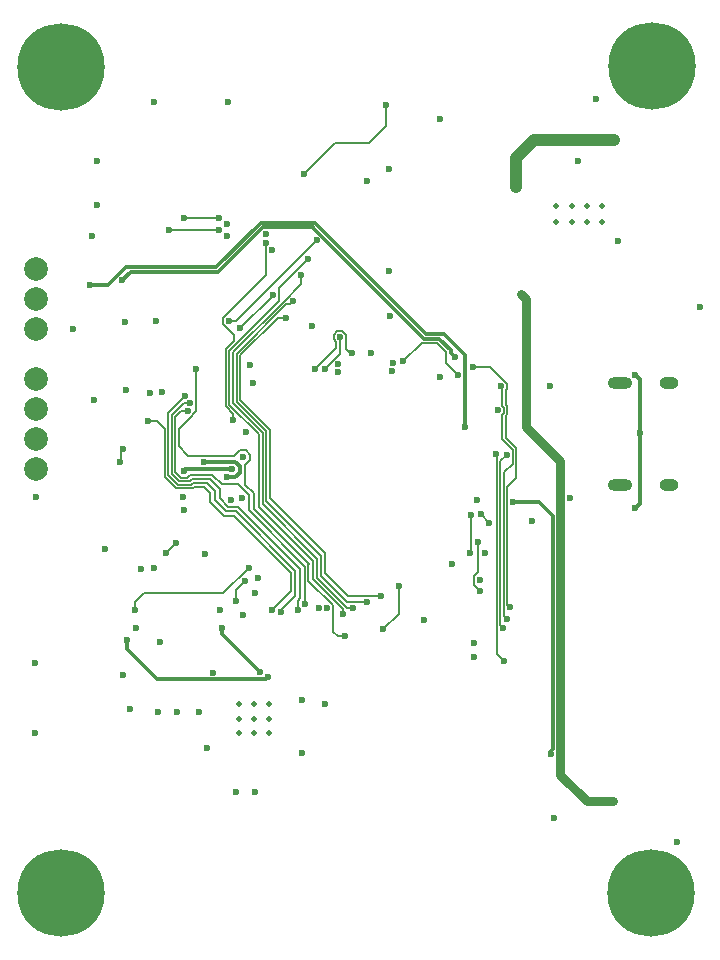
<source format=gbr>
%TF.GenerationSoftware,KiCad,Pcbnew,9.0.3*%
%TF.CreationDate,2025-09-14T01:16:20+07:00*%
%TF.ProjectId,CodeName0,436f6465-4e61-46d6-9530-2e6b69636164,rev?*%
%TF.SameCoordinates,Original*%
%TF.FileFunction,Copper,L4,Bot*%
%TF.FilePolarity,Positive*%
%FSLAX46Y46*%
G04 Gerber Fmt 4.6, Leading zero omitted, Abs format (unit mm)*
G04 Created by KiCad (PCBNEW 9.0.3) date 2025-09-14 01:16:20*
%MOMM*%
%LPD*%
G01*
G04 APERTURE LIST*
%TA.AperFunction,ComponentPad*%
%ADD10C,0.800000*%
%TD*%
%TA.AperFunction,ComponentPad*%
%ADD11C,7.400000*%
%TD*%
%TA.AperFunction,ComponentPad*%
%ADD12C,2.000000*%
%TD*%
%TA.AperFunction,HeatsinkPad*%
%ADD13O,2.100000X1.000000*%
%TD*%
%TA.AperFunction,HeatsinkPad*%
%ADD14O,1.600000X1.000000*%
%TD*%
%TA.AperFunction,ComponentPad*%
%ADD15C,0.500000*%
%TD*%
%TA.AperFunction,ViaPad*%
%ADD16C,0.600000*%
%TD*%
%TA.AperFunction,Conductor*%
%ADD17C,0.300000*%
%TD*%
%TA.AperFunction,Conductor*%
%ADD18C,0.750000*%
%TD*%
%TA.AperFunction,Conductor*%
%ADD19C,0.200000*%
%TD*%
%TA.AperFunction,Conductor*%
%ADD20C,1.000000*%
%TD*%
G04 APERTURE END LIST*
D10*
%TO.P,REF\u002A\u002A,1*%
%TO.N,GND*%
X152225000Y-135000000D03*
X153037779Y-133037779D03*
X153037779Y-136962221D03*
X155000000Y-132225000D03*
D11*
X155000000Y-135000000D03*
D10*
X155000000Y-137775000D03*
X156962221Y-133037779D03*
X156962221Y-136962221D03*
X157775000Y-135000000D03*
%TD*%
D12*
%TO.P,J9,1,Pin_1*%
%TO.N,USB_UART_3V3*%
X102900000Y-91450000D03*
%TO.P,J9,2,Pin_2*%
%TO.N,ESP32_PROG_RX*%
X102900000Y-93990000D03*
%TO.P,J9,3,Pin_3*%
%TO.N,ESP32_PROG_TX*%
X102900000Y-96530000D03*
%TO.P,J9,4,Pin_4*%
%TO.N,GND*%
X102900000Y-99070000D03*
%TD*%
D10*
%TO.P,REF\u002A\u002A,1*%
%TO.N,GND*%
X102225000Y-65000000D03*
X103037779Y-63037779D03*
X103037779Y-66962221D03*
X105000000Y-62225000D03*
D11*
X105000000Y-65000000D03*
D10*
X105000000Y-67775000D03*
X106962221Y-63037779D03*
X106962221Y-66962221D03*
X107775000Y-65000000D03*
%TD*%
D13*
%TO.P,J3,S1,SHIELD*%
%TO.N,SHIELD*%
X152320000Y-100440000D03*
D14*
X156500000Y-100440000D03*
D13*
X152320000Y-91800000D03*
D14*
X156500000Y-91800000D03*
%TD*%
D10*
%TO.P,REF\u002A\u002A,1*%
%TO.N,GND*%
X102225000Y-135000000D03*
X103037779Y-133037779D03*
X103037779Y-136962221D03*
X105000000Y-132225000D03*
D11*
X105000000Y-135000000D03*
D10*
X105000000Y-137775000D03*
X106962221Y-133037779D03*
X106962221Y-136962221D03*
X107775000Y-135000000D03*
%TD*%
D12*
%TO.P,J1,1,Pin_1*%
%TO.N,SWDIO*%
X102900000Y-82100000D03*
%TO.P,J1,2,Pin_2*%
%TO.N,SWCLK*%
X102900000Y-84640000D03*
%TO.P,J1,3,Pin_3*%
%TO.N,GND*%
X102900000Y-87180000D03*
%TD*%
D15*
%TO.P,U1,9,POWERPAD*%
%TO.N,GND*%
X146950000Y-78125000D03*
X148250000Y-78125000D03*
X149550000Y-78125000D03*
X150850000Y-78125000D03*
X146950000Y-76825000D03*
X148250000Y-76825000D03*
X149550000Y-76825000D03*
X150850000Y-76825000D03*
%TD*%
D10*
%TO.P,REF\u002A\u002A,1*%
%TO.N,GND*%
X152262779Y-64962221D03*
X153075558Y-63000000D03*
X153075558Y-66924442D03*
X155037779Y-62187221D03*
D11*
X155037779Y-64962221D03*
D10*
X155037779Y-67737221D03*
X157000000Y-63000000D03*
X157000000Y-66924442D03*
X157812779Y-64962221D03*
%TD*%
D15*
%TO.P,U6,33,GND*%
%TO.N,GND*%
X120100000Y-118945000D03*
X120100000Y-120195000D03*
X120100000Y-121445000D03*
X121350000Y-118945000D03*
X121350000Y-120195000D03*
X121350000Y-121445000D03*
X122600000Y-118945000D03*
X122600000Y-120195000D03*
X122600000Y-121445000D03*
%TD*%
D16*
%TO.N,GND*%
X121700000Y-108300000D03*
X132750000Y-73700000D03*
X114800000Y-119650000D03*
X115450000Y-102500000D03*
X117200000Y-106250000D03*
X111325000Y-112550000D03*
X110500829Y-92399171D03*
X157150000Y-130650000D03*
X120409620Y-98090380D03*
X112900000Y-68000000D03*
X148775000Y-72950000D03*
X148100000Y-101500000D03*
X110250000Y-116500000D03*
X102800000Y-121435000D03*
X135750000Y-111850000D03*
X152200000Y-79775000D03*
X142000000Y-94100000D03*
X150300000Y-67750000D03*
X106000000Y-87200000D03*
X107807446Y-93217554D03*
X132750000Y-82300000D03*
X102900000Y-101450000D03*
X159100000Y-85350000D03*
X121025000Y-90275000D03*
X131300000Y-89250000D03*
X119054732Y-78302053D03*
X146750000Y-128650000D03*
X113040000Y-86520000D03*
X121400000Y-126425000D03*
X110850000Y-119410000D03*
X127325000Y-118950000D03*
X111825000Y-107500000D03*
X140000000Y-115000000D03*
X146450000Y-92050000D03*
X102800000Y-115485000D03*
X122326446Y-79153554D03*
X120453554Y-111453554D03*
X113580000Y-92570000D03*
X118470000Y-111000000D03*
X108100000Y-76700000D03*
X120300000Y-101500000D03*
X144900000Y-103500000D03*
X119050000Y-79303053D03*
%TO.N,OSC_IN*%
X115400000Y-99200000D03*
X119500000Y-99100000D03*
%TO.N,OSC_OUT*%
X119056239Y-99765642D03*
X117100000Y-98450000D03*
%TO.N,+5V*%
X143950000Y-84250000D03*
X151750000Y-127200000D03*
%TO.N,ADC_VBATT*%
X132550000Y-68250000D03*
X120200000Y-87150000D03*
X125608785Y-74091385D03*
X122974000Y-84375000D03*
%TO.N,Net-(D2-A)*%
X154000000Y-96000000D03*
X153650000Y-102400000D03*
X153600000Y-91076000D03*
%TO.N,SWCLK*%
X110200000Y-83100000D03*
X138337651Y-89558975D03*
%TO.N,SWDIO*%
X107450000Y-83500000D03*
X139247560Y-95478413D03*
%TO.N,SDMMC_DAT3*%
X142246946Y-92054054D03*
X142750000Y-111800000D03*
%TO.N,SDMMC_DAT0*%
X139628554Y-106200000D03*
X139749331Y-102949199D03*
%TO.N,SDMMC_CMD*%
X142450000Y-112500000D03*
X142750000Y-97850000D03*
%TO.N,SDMMC_CLK*%
X134000000Y-89950000D03*
X141850000Y-97800000D03*
X142500000Y-115300000D03*
X138650000Y-91100000D03*
%TO.N,SDMMC_DAT2*%
X143000000Y-110774162D03*
X139917892Y-90432108D03*
%TO.N,SDMMC_DAT1*%
X141278554Y-103678554D03*
X140546159Y-102878007D03*
X140500000Y-109400000D03*
X140350000Y-105250000D03*
%TO.N,TIM_CH2*%
X129700000Y-110800000D03*
X125320000Y-82625000D03*
%TO.N,ADC_CURR*%
X119200000Y-86550000D03*
X126650000Y-79700000D03*
X114750000Y-105350000D03*
X113896446Y-106203554D03*
%TO.N,TIM_CH1*%
X128850000Y-111350000D03*
X125950000Y-81250000D03*
%TO.N,TIM_CH3*%
X130878554Y-110328554D03*
X124650000Y-84825000D03*
%TO.N,TIM_CH4*%
X132083554Y-109823554D03*
X124075000Y-86249000D03*
%TO.N,I2C1_SCL*%
X118400000Y-77775000D03*
X115400000Y-77775000D03*
%TO.N,I2C1_SDA*%
X114150000Y-78800000D03*
X118400000Y-78800000D03*
%TO.N,USART1_RX*%
X127344593Y-90571609D03*
X128600000Y-87892050D03*
%TO.N,USART3_TX*%
X133600000Y-108990919D03*
X132300000Y-112625000D03*
%TO.N,USART2_RX*%
X120550000Y-108550000D03*
X119800000Y-110275000D03*
%TO.N,USART2_TX*%
X111275000Y-111025000D03*
X120893288Y-107450000D03*
%TO.N,BOOT0*%
X126511492Y-90587038D03*
X129660000Y-89220000D03*
%TO.N,GPIO_BUZZER*%
X146525000Y-123175000D03*
X143301000Y-101850000D03*
%TO.N,GPIO_SPI_CS*%
X140250000Y-101700000D03*
X116470000Y-90610000D03*
X129075000Y-113227000D03*
%TO.N,GPIO_EXTI14*%
X119600000Y-94900000D03*
X122380000Y-79900000D03*
%TO.N,SPI1_SCK*%
X115550000Y-92896000D03*
X123630000Y-111201000D03*
%TO.N,GPIO_EXTI4*%
X122856178Y-110998012D03*
X112394135Y-94966310D03*
%TO.N,SPI1_MISO*%
X125662435Y-110472435D03*
X115797438Y-94134398D03*
%TO.N,SPI1_MOSI*%
X115970000Y-93456001D03*
X125096747Y-111038123D03*
%TO.N,+3.3V*%
X107650000Y-79300000D03*
X137100000Y-69400000D03*
X108100000Y-72950000D03*
X112505000Y-92595000D03*
X121300000Y-91800000D03*
X115350000Y-101400000D03*
X113375000Y-113725000D03*
X137125000Y-91250000D03*
X119418140Y-101651000D03*
X138150000Y-107150000D03*
X110450000Y-86650000D03*
X126250000Y-86950000D03*
X116700000Y-119650000D03*
X132828554Y-86078554D03*
X125450000Y-118625000D03*
X140499999Y-108467135D03*
X140016393Y-113766393D03*
X125400000Y-123125000D03*
X119850000Y-126450000D03*
X120700000Y-95900000D03*
X122880000Y-80565000D03*
X112875453Y-107449546D03*
X130925000Y-74700000D03*
X140950000Y-106150000D03*
X117850000Y-116300000D03*
X108750000Y-105875000D03*
X113225000Y-119625000D03*
X121400000Y-109550000D03*
X119150000Y-68000000D03*
%TO.N,Net-(U1-PH)*%
X143550000Y-75225000D03*
X151800000Y-71225000D03*
%TO.N,TIM3_CH2*%
X128500000Y-90882106D03*
%TO.N,TIM3_CH4*%
X127572095Y-110825967D03*
%TO.N,TIM3_CH3*%
X126871549Y-110819406D03*
%TO.N,TIM3_CH1*%
X128500000Y-90175000D03*
%TO.N,UART4_TX*%
X133000000Y-90744192D03*
%TO.N,UART4_RX*%
X133147252Y-90059855D03*
%TO.N,ESP32_EN*%
X117350000Y-122700000D03*
%TO.N,Net-(U7-S)*%
X109994446Y-98451554D03*
X110297000Y-97339894D03*
%TO.N,ESP32_TX*%
X121863909Y-116263909D03*
X118650000Y-112500000D03*
%TO.N,ESP32_RX*%
X110575000Y-113525000D03*
X122550000Y-116650000D03*
%TD*%
D17*
%TO.N,OSC_IN*%
X115500000Y-99100000D02*
X119500000Y-99100000D01*
X115400000Y-99200000D02*
X115500000Y-99100000D01*
%TO.N,OSC_OUT*%
X119755012Y-99765642D02*
X119056239Y-99765642D01*
X117100000Y-98450000D02*
X119770654Y-98450000D01*
X120151000Y-99369654D02*
X119755012Y-99765642D01*
X120151000Y-98830346D02*
X120151000Y-99369654D01*
X119770654Y-98450000D02*
X120151000Y-98830346D01*
D18*
%TO.N,+5V*%
X147300000Y-124950000D02*
X149550000Y-127200000D01*
X143950000Y-84250000D02*
X144400000Y-84700000D01*
X147300000Y-98900000D02*
X147300000Y-124950000D01*
X144400000Y-95500000D02*
X147300000Y-98400000D01*
X147300000Y-98400000D02*
X147300000Y-98900000D01*
X149550000Y-127200000D02*
X151750000Y-127200000D01*
X144400000Y-84700000D02*
X144400000Y-95500000D01*
D19*
%TO.N,ADC_VBATT*%
X132550000Y-70000000D02*
X132550000Y-68250000D01*
X131049830Y-71500170D02*
X132550000Y-70000000D01*
X120200000Y-87150000D02*
X122974000Y-84376000D01*
X128200000Y-71500170D02*
X131049830Y-71500170D01*
X122974000Y-84376000D02*
X122974000Y-84375000D01*
X125608785Y-74091385D02*
X128200000Y-71500170D01*
D17*
%TO.N,Net-(D2-A)*%
X154000000Y-91476000D02*
X153600000Y-91076000D01*
X154000000Y-102050000D02*
X154000000Y-91476000D01*
X153650000Y-102400000D02*
X154000000Y-102050000D01*
%TO.N,SWCLK*%
X138337651Y-89558975D02*
X138000000Y-89221324D01*
X126331786Y-78602554D02*
X122098214Y-78602554D01*
X122098214Y-78602554D02*
X118299768Y-82401000D01*
X118299768Y-82401000D02*
X110899000Y-82401000D01*
X126849000Y-79149000D02*
X126331786Y-78631786D01*
X138000000Y-89000000D02*
X137021454Y-88021454D01*
X110899000Y-82401000D02*
X110200000Y-83100000D01*
X135750686Y-88021454D02*
X126878232Y-79149000D01*
X126331786Y-78631786D02*
X126331786Y-78602554D01*
X126878232Y-79149000D02*
X126849000Y-79149000D01*
X137021454Y-88021454D02*
X135750686Y-88021454D01*
X138000000Y-89221324D02*
X138000000Y-89000000D01*
%TO.N,SWDIO*%
X139247560Y-95447560D02*
X139247560Y-95478413D01*
X139247560Y-89397560D02*
X137470454Y-87620454D01*
X126497886Y-78201554D02*
X121932114Y-78201554D01*
X118133668Y-82000000D02*
X110500000Y-82000000D01*
X139247560Y-95478413D02*
X139247560Y-89397560D01*
X121932114Y-78201554D02*
X118133668Y-82000000D01*
X137470454Y-87620454D02*
X135916786Y-87620454D01*
X107450000Y-83500000D02*
X108999000Y-83500000D01*
X135916786Y-87620454D02*
X126497886Y-78201554D01*
X108999000Y-83500000D02*
X110499000Y-82000000D01*
D19*
%TO.N,SDMMC_DAT3*%
X142350000Y-96550000D02*
X143250000Y-97450000D01*
X143250000Y-98600000D02*
X142500000Y-99350000D01*
X142500000Y-99350000D02*
X142500000Y-111550000D01*
X142350000Y-94458521D02*
X142350000Y-96550000D01*
X142350000Y-92157108D02*
X142350000Y-93741479D01*
X142500000Y-111550000D02*
X142750000Y-111800000D01*
X142350000Y-93741479D02*
X142501000Y-93892479D01*
X142501000Y-94307521D02*
X142350000Y-94458521D01*
X142246946Y-92054054D02*
X142350000Y-92157108D01*
X143250000Y-97450000D02*
X143250000Y-98600000D01*
X142501000Y-93892479D02*
X142501000Y-94307521D01*
%TO.N,SDMMC_DAT0*%
X139750000Y-106078554D02*
X139750000Y-102949868D01*
X139750000Y-102949868D02*
X139749331Y-102949199D01*
X139628554Y-106200000D02*
X139750000Y-106078554D01*
%TO.N,SDMMC_CMD*%
X142199000Y-112249000D02*
X142199000Y-98401000D01*
X142199000Y-98401000D02*
X142750000Y-97850000D01*
X142450000Y-112500000D02*
X142199000Y-112249000D01*
%TO.N,SDMMC_CLK*%
X141900000Y-98274322D02*
X141898000Y-98276322D01*
X141850000Y-97800000D02*
X141900000Y-97850000D01*
X137650000Y-89367713D02*
X137650000Y-90100000D01*
X141900000Y-114700000D02*
X142500000Y-115300000D01*
X137649000Y-89145388D02*
X137649000Y-89366713D01*
X137649000Y-89366713D02*
X137650000Y-89367713D01*
X141900000Y-112375678D02*
X141900000Y-114700000D01*
X135577546Y-88372454D02*
X136876066Y-88372454D01*
X136876066Y-88372454D02*
X137649000Y-89145388D01*
X141898000Y-112373678D02*
X141900000Y-112375678D01*
X134000000Y-89950000D02*
X135577546Y-88372454D01*
X141900000Y-97850000D02*
X141900000Y-98274322D01*
X141898000Y-98276322D02*
X141898000Y-112373678D01*
X137650000Y-90100000D02*
X138650000Y-91100000D01*
%TO.N,SDMMC_DAT2*%
X142801000Y-110575162D02*
X143000000Y-110774162D01*
X142747946Y-91846533D02*
X142747946Y-92261575D01*
X142651000Y-96401000D02*
X143550000Y-97300000D01*
X143550000Y-99850000D02*
X142801000Y-100599000D01*
X142802000Y-93767801D02*
X142802000Y-94432199D01*
X143550000Y-97300000D02*
X143550000Y-99850000D01*
X142651000Y-94583199D02*
X142651000Y-96401000D01*
X142454467Y-91553054D02*
X142747946Y-91846533D01*
X142747946Y-92261575D02*
X142651000Y-92358521D01*
X142651000Y-93616801D02*
X142802000Y-93767801D01*
X139917892Y-90432108D02*
X141333521Y-90432108D01*
X141333521Y-90432108D02*
X142400000Y-91498587D01*
X142801000Y-100599000D02*
X142801000Y-110575162D01*
X142400000Y-91553054D02*
X142454467Y-91553054D01*
X142651000Y-92358521D02*
X142651000Y-93616801D01*
X142802000Y-94432199D02*
X142651000Y-94583199D01*
X142400000Y-91498587D02*
X142400000Y-91553054D01*
%TO.N,SDMMC_DAT1*%
X139998999Y-108898999D02*
X140500000Y-109400000D01*
X141278554Y-103678554D02*
X141278554Y-103610402D01*
X139998999Y-108101001D02*
X139998999Y-108898999D01*
X141278554Y-103610402D02*
X140546159Y-102878007D01*
X140350000Y-107750000D02*
X139998999Y-108101001D01*
X140350000Y-105250000D02*
X140350000Y-107750000D01*
%TO.N,TIM_CH2*%
X129200000Y-110800000D02*
X129700000Y-110800000D01*
X125325000Y-82630000D02*
X125325000Y-83425000D01*
X125325000Y-83425000D02*
X123775000Y-84975000D01*
X122076000Y-102025322D02*
X122076000Y-102041800D01*
X125320000Y-82625000D02*
X125325000Y-82630000D01*
X126700000Y-108300000D02*
X129200000Y-110800000D01*
X123775000Y-84975000D02*
X123775000Y-84983578D01*
X122075000Y-95975000D02*
X122075000Y-102024322D01*
X119576000Y-93476000D02*
X122075000Y-95975000D01*
X126700000Y-106665800D02*
X126700000Y-108300000D01*
X122075000Y-102024322D02*
X122076000Y-102025322D01*
X123775000Y-84983578D02*
X119576000Y-89182578D01*
X122076000Y-102041800D02*
X126700000Y-106665800D01*
X119576000Y-89182578D02*
X119576000Y-93476000D01*
%TO.N,ADC_CURR*%
X119200000Y-86550000D02*
X119800000Y-86550000D01*
X119800000Y-86550000D02*
X120900000Y-85450000D01*
X119200000Y-86550000D02*
X119206295Y-86543705D01*
X114750000Y-105350000D02*
X113896446Y-106203554D01*
X120900000Y-85450000D02*
X126650000Y-79700000D01*
%TO.N,TIM_CH1*%
X121771050Y-102146050D02*
X121775000Y-102150000D01*
X121775000Y-102307900D02*
X126325000Y-106857900D01*
X126325000Y-106857900D02*
X126325000Y-108375000D01*
X121771050Y-96121107D02*
X121771050Y-102146050D01*
X121775000Y-102150000D02*
X121775000Y-102307900D01*
X119275000Y-89057900D02*
X119275000Y-93625057D01*
X123474000Y-84858900D02*
X119275000Y-89057900D01*
X125950000Y-81250000D02*
X123474000Y-83726000D01*
X128850000Y-110900000D02*
X128850000Y-111350000D01*
X123474000Y-83726000D02*
X123474000Y-84858900D01*
X119275000Y-93625057D02*
X121771050Y-96121107D01*
X126325000Y-108375000D02*
X128850000Y-110900000D01*
%TO.N,TIM_CH3*%
X122376000Y-101774700D02*
X127025000Y-106423700D01*
X119877000Y-93351322D02*
X122376000Y-95850322D01*
X130050000Y-110300000D02*
X130850000Y-110300000D01*
X119877000Y-89307256D02*
X119877000Y-93351322D01*
X124076000Y-85108256D02*
X119877000Y-89307256D01*
X127025000Y-108125000D02*
X129200000Y-110300000D01*
X124650000Y-84825000D02*
X124366744Y-85108256D01*
X124366744Y-85108256D02*
X124076000Y-85108256D01*
X122376000Y-95850322D02*
X122376000Y-101774700D01*
X129200000Y-110300000D02*
X130050000Y-110300000D01*
X127025000Y-106423700D02*
X127025000Y-108125000D01*
%TO.N,TIM_CH4*%
X120178000Y-93226644D02*
X120178000Y-89431934D01*
X123360934Y-86249000D02*
X124075000Y-86249000D01*
X122677000Y-95725644D02*
X120178000Y-93226644D01*
X132083554Y-109823554D02*
X132082108Y-109825000D01*
X132082108Y-109825000D02*
X129269892Y-109825000D01*
X122677000Y-101508600D02*
X122677000Y-95725644D01*
X120178000Y-89431934D02*
X123360934Y-86249000D01*
X127350000Y-106181600D02*
X122677000Y-101508600D01*
X127350000Y-107905108D02*
X127350000Y-106181600D01*
X129269892Y-109825000D02*
X127350000Y-107905108D01*
%TO.N,I2C1_SCL*%
X118400000Y-77775000D02*
X118375000Y-77800000D01*
X115425000Y-77800000D02*
X115400000Y-77775000D01*
X118375000Y-77800000D02*
X115425000Y-77800000D01*
%TO.N,I2C1_SDA*%
X114150000Y-78800000D02*
X118400000Y-78800000D01*
%TO.N,USART1_RX*%
X128600000Y-89316202D02*
X127344593Y-90571609D01*
X128600000Y-87892050D02*
X128600000Y-89316202D01*
%TO.N,USART3_TX*%
X132300000Y-112625000D02*
X132300000Y-112600000D01*
X132300000Y-112600000D02*
X133600000Y-111300000D01*
X133600000Y-111300000D02*
X133600000Y-108990919D01*
%TO.N,USART2_RX*%
X119800000Y-109300000D02*
X119800000Y-110275000D01*
X120550000Y-108550000D02*
X119800000Y-109300000D01*
%TO.N,USART2_TX*%
X120893288Y-107456712D02*
X120893288Y-107450000D01*
X111275000Y-111025000D02*
X111275000Y-110350000D01*
X112025000Y-109600000D02*
X118750000Y-109600000D01*
X118750000Y-109600000D02*
X120893288Y-107456712D01*
X111275000Y-110350000D02*
X112025000Y-109600000D01*
%TO.N,BOOT0*%
X128299000Y-88801000D02*
X128299000Y-88299571D01*
X126511492Y-90587038D02*
X126512962Y-90587038D01*
X126512962Y-90587038D02*
X128299000Y-88801000D01*
X129450000Y-89220000D02*
X129660000Y-89220000D01*
X128099000Y-87684529D02*
X128392479Y-87391050D01*
X128392479Y-87391050D02*
X128807521Y-87391050D01*
X128099000Y-88099571D02*
X128099000Y-87684529D01*
X128299000Y-88299571D02*
X128099000Y-88099571D01*
X129101000Y-88871000D02*
X129450000Y-89220000D01*
X129101000Y-87684529D02*
X129101000Y-88871000D01*
X128807521Y-87391050D02*
X129101000Y-87684529D01*
D17*
%TO.N,GPIO_BUZZER*%
X146674000Y-122751000D02*
X146525000Y-122900000D01*
X146674000Y-103024000D02*
X146674000Y-122751000D01*
X146525000Y-122900000D02*
X146525000Y-123175000D01*
X145500000Y-101850000D02*
X146674000Y-103024000D01*
X143301000Y-101850000D02*
X145500000Y-101850000D01*
D19*
%TO.N,GPIO_SPI_CS*%
X128475507Y-113227000D02*
X129075000Y-113227000D01*
X120160677Y-97489380D02*
X120658563Y-97489380D01*
X128073095Y-110618446D02*
X128073095Y-110648095D01*
X128075000Y-110650000D02*
X128075000Y-112826493D01*
X125975000Y-107075000D02*
X125963435Y-107086565D01*
X125963435Y-108508786D02*
X128073095Y-110618446D01*
X121010620Y-97841437D02*
X121010620Y-98339323D01*
X119700057Y-97950000D02*
X120160677Y-97489380D01*
X121350000Y-101132957D02*
X121350000Y-102450000D01*
X128075000Y-112826493D02*
X128475507Y-113227000D01*
X128073095Y-110648095D02*
X128075000Y-110650000D01*
X121010620Y-98339323D02*
X120602000Y-98747943D01*
X116003545Y-94635398D02*
X115000000Y-95638943D01*
X116298438Y-94340505D02*
X116298438Y-94341919D01*
X116298438Y-94341919D02*
X116004959Y-94635398D01*
X115800000Y-97950000D02*
X119700057Y-97950000D01*
X125963435Y-107086565D02*
X125963435Y-108508786D01*
X116470000Y-94168943D02*
X116298438Y-94340505D01*
X140250000Y-101700000D02*
X140150000Y-101700000D01*
X120658563Y-97489380D02*
X121010620Y-97841437D01*
X116004959Y-94635398D02*
X116003545Y-94635398D01*
X121350000Y-102450000D02*
X125975000Y-107075000D01*
X120602000Y-98747943D02*
X120602000Y-100384957D01*
X115000000Y-97150000D02*
X115800000Y-97950000D01*
X115000000Y-95638943D02*
X115000000Y-97150000D01*
X116470000Y-90610000D02*
X116470000Y-94168943D01*
X120602000Y-100384957D02*
X121350000Y-101132957D01*
%TO.N,GPIO_EXTI14*%
X119600000Y-94900000D02*
X119600000Y-94375735D01*
X118974000Y-93749735D02*
X118974000Y-88933222D01*
X119700000Y-88207222D02*
X119700000Y-87758521D01*
X119600000Y-94375735D02*
X118974000Y-93749735D01*
X119700000Y-87758521D02*
X118699000Y-86757521D01*
X118699000Y-86757521D02*
X118699000Y-86301000D01*
X118974000Y-88933222D02*
X119700000Y-88207222D01*
X118699000Y-86301000D02*
X122380000Y-82620000D01*
X122380000Y-82620000D02*
X122380000Y-79900000D01*
%TO.N,SPI1_SCK*%
X119848800Y-102653000D02*
X124860435Y-107664635D01*
X114901701Y-100403000D02*
X115898299Y-100403000D01*
X117367800Y-100253000D02*
X118049000Y-100934200D01*
X114097000Y-94349000D02*
X114097000Y-99598299D01*
X116189721Y-100253000D02*
X117367800Y-100253000D01*
X116041721Y-100401000D02*
X116189721Y-100253000D01*
X124860435Y-109810435D02*
X123630000Y-111040870D01*
X115898299Y-100403000D02*
X115900299Y-100401000D01*
X115550000Y-92896000D02*
X115550000Y-92900000D01*
X118049000Y-100934200D02*
X118049000Y-101698903D01*
X124860435Y-107664635D02*
X124860435Y-109810435D01*
X115900299Y-100401000D02*
X116041721Y-100401000D01*
X119003097Y-102653000D02*
X119848800Y-102653000D01*
X123630000Y-111040870D02*
X123630000Y-111201000D01*
X115550000Y-92896000D02*
X114097000Y-94349000D01*
X114097000Y-99598299D02*
X114901701Y-100403000D01*
X118049000Y-101698903D02*
X119003097Y-102653000D01*
%TO.N,GPIO_EXTI4*%
X113796000Y-99722977D02*
X114777023Y-100704000D01*
X124459435Y-107830735D02*
X119682700Y-103054000D01*
X116022977Y-100704000D02*
X116024977Y-100702000D01*
X114777023Y-100704000D02*
X116022977Y-100704000D01*
X119682700Y-103054000D02*
X118836997Y-103054000D01*
X116164399Y-100704000D02*
X116022977Y-100704000D01*
X113796000Y-95656000D02*
X113796000Y-99722977D01*
X112394135Y-94966310D02*
X113106310Y-94966310D01*
X118836997Y-103054000D02*
X117643850Y-101860853D01*
X122856178Y-110998012D02*
X124459435Y-109394755D01*
X117643850Y-101096150D02*
X117101700Y-100554000D01*
X117101700Y-100554000D02*
X116314399Y-100554000D01*
X124459435Y-109394755D02*
X124459435Y-107830735D01*
X116314399Y-100554000D02*
X116164399Y-100704000D01*
X113106310Y-94966310D02*
X113796000Y-95656000D01*
X117643850Y-101860853D02*
X117643850Y-101096150D01*
%TO.N,SPI1_MISO*%
X118615642Y-100366642D02*
X120016585Y-100366642D01*
X125662435Y-107332435D02*
X125662435Y-110472435D01*
X120016585Y-100366642D02*
X120901000Y-101251057D01*
X120901000Y-101251057D02*
X120901000Y-102571000D01*
X115797438Y-94134398D02*
X115205546Y-94134398D01*
X115151057Y-99801000D02*
X115648943Y-99801000D01*
X115898943Y-99551000D02*
X117800000Y-99551000D01*
X115648943Y-99801000D02*
X115898943Y-99551000D01*
X114699000Y-94640944D02*
X114699000Y-99348943D01*
X114699000Y-99348943D02*
X115151057Y-99801000D01*
X115205546Y-94134398D02*
X114699000Y-94640944D01*
X117800000Y-99551000D02*
X118615642Y-100366642D01*
X120901000Y-102571000D02*
X125662435Y-107332435D01*
%TO.N,SPI1_MOSI*%
X115970000Y-93456001D02*
X115458265Y-93456001D01*
X115917043Y-100100000D02*
X116065043Y-99952000D01*
X114398000Y-94516266D02*
X114398000Y-99473621D01*
X118450000Y-100767642D02*
X118450000Y-101532803D01*
X115775621Y-100100000D02*
X115917043Y-100100000D01*
X125237463Y-110897407D02*
X125096747Y-111038123D01*
X125061435Y-110721378D02*
X125237463Y-110897407D01*
X125261435Y-110023492D02*
X125061435Y-110223492D01*
X115026379Y-100102000D02*
X115773621Y-100102000D01*
X115773621Y-100102000D02*
X115775621Y-100100000D01*
X115458265Y-93456001D02*
X114398000Y-94516266D01*
X117633900Y-99952000D02*
X118449542Y-100767642D01*
X118449542Y-100767642D02*
X118450000Y-100767642D01*
X116065043Y-99952000D02*
X117633900Y-99952000D01*
X118450000Y-101532803D02*
X119169197Y-102252000D01*
X114398000Y-99473621D02*
X115026379Y-100102000D01*
X125261435Y-107498535D02*
X125261435Y-110023492D01*
X119169197Y-102252000D02*
X120014900Y-102252000D01*
X125061435Y-110223492D02*
X125061435Y-110721378D01*
X120014900Y-102252000D02*
X125261435Y-107498535D01*
%TO.N,SHIELD*%
X152320000Y-100440000D02*
X152174000Y-100294000D01*
X152174000Y-91946000D02*
X152320000Y-91800000D01*
X152320000Y-91800000D02*
X151969000Y-91449000D01*
D20*
%TO.N,Net-(U1-PH)*%
X143550000Y-72725000D02*
X143550000Y-75225000D01*
X151800000Y-71225000D02*
X145050000Y-71225000D01*
X145050000Y-71225000D02*
X143550000Y-72725000D01*
D19*
%TO.N,Net-(U7-S)*%
X110100000Y-97536894D02*
X110100000Y-98346000D01*
X110297000Y-97339894D02*
X110100000Y-97536894D01*
X110100000Y-98346000D02*
X109994446Y-98451554D01*
D17*
%TO.N,ESP32_TX*%
X118650000Y-112500000D02*
X118650000Y-113050000D01*
X118650000Y-113050000D02*
X121863909Y-116263909D01*
%TO.N,ESP32_RX*%
X113150000Y-116850000D02*
X122350000Y-116850000D01*
X110575000Y-113525000D02*
X110575000Y-114275000D01*
X110575000Y-114275000D02*
X113150000Y-116850000D01*
X122350000Y-116850000D02*
X122550000Y-116650000D01*
%TD*%
M02*

</source>
